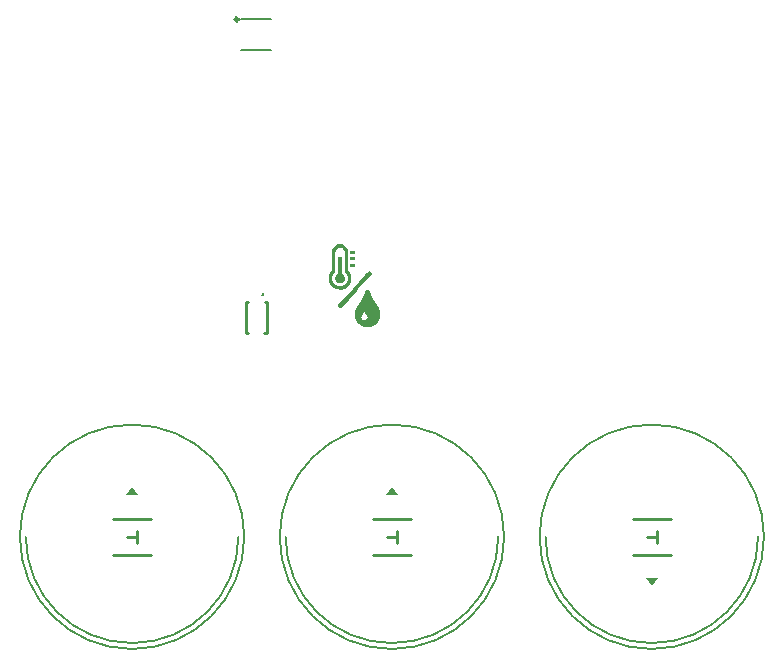
<source format=gto>
G04 Layer: TopSilkLayer*
G04 EasyEDA v6.4.5, 2020-08-30T10:48:13+03:00*
G04 413a31d708cc4da382682e4194c4ac02,19ad15c176e44a5d96a851d9d78d95a1,10*
G04 Gerber Generator version 0.2*
G04 Scale: 100 percent, Rotated: No, Reflected: No *
G04 Dimensions in millimeters *
G04 leading zeros omitted , absolute positions ,3 integer and 3 decimal *
%FSLAX33Y33*%
%MOMM*%
G90*
G71D02*

%ADD11C,0.200000*%
%ADD12C,0.250012*%
%ADD26C,0.299999*%
%ADD51C,0.254000*%
%ADD52C,0.101600*%
%ADD53C,0.203200*%

%LPD*%

%LPD*%
G36*
G01X31844Y39214D02*
G01X31418Y39214D01*
G01X31418Y38940D01*
G01X31844Y38940D01*
G01X31844Y39214D01*
G37*

%LPD*%
G36*
G01X31844Y38666D02*
G01X31418Y38666D01*
G01X31418Y38392D01*
G01X31844Y38392D01*
G01X31844Y38666D01*
G37*

%LPD*%
G36*
G01X31844Y38118D02*
G01X31418Y38118D01*
G01X31418Y37845D01*
G01X31844Y37845D01*
G01X31844Y38118D01*
G37*

%LPD*%
G36*
G01X30861Y39746D02*
G01X30429Y39765D01*
G01X30300Y39699D01*
G01X30246Y39669D01*
G01X30196Y39634D01*
G01X30147Y39594D01*
G01X30103Y39550D01*
G01X30061Y39502D01*
G01X30025Y39452D01*
G01X29994Y39399D01*
G01X29967Y39344D01*
G01X29926Y39247D01*
G01X29926Y37571D01*
G01X29825Y37438D01*
G01X29794Y37395D01*
G01X29766Y37350D01*
G01X29741Y37305D01*
G01X29720Y37258D01*
G01X29702Y37211D01*
G01X29687Y37161D01*
G01X29674Y37109D01*
G01X29665Y37056D01*
G01X29659Y37000D01*
G01X29656Y36942D01*
G01X29655Y36882D01*
G01X29658Y36818D01*
G01X29663Y36757D01*
G01X29671Y36698D01*
G01X29682Y36642D01*
G01X29696Y36587D01*
G01X29714Y36534D01*
G01X29735Y36483D01*
G01X29759Y36434D01*
G01X29787Y36386D01*
G01X29818Y36339D01*
G01X29853Y36293D01*
G01X29891Y36248D01*
G01X29934Y36204D01*
G01X29980Y36161D01*
G01X30026Y36121D01*
G01X30073Y36086D01*
G01X30120Y36055D01*
G01X30168Y36027D01*
G01X30218Y36004D01*
G01X30269Y35984D01*
G01X30323Y35967D01*
G01X30378Y35954D01*
G01X30437Y35944D01*
G01X30500Y35936D01*
G01X30566Y35932D01*
G01X30794Y35921D01*
G01X30966Y35986D01*
G01X31023Y36010D01*
G01X31079Y36040D01*
G01X31135Y36075D01*
G01X31189Y36114D01*
G01X31241Y36157D01*
G01X31291Y36204D01*
G01X31338Y36253D01*
G01X31381Y36305D01*
G01X31420Y36358D01*
G01X31455Y36413D01*
G01X31484Y36469D01*
G01X31508Y36525D01*
G01X31528Y36583D01*
G01X31544Y36643D01*
G01X31556Y36704D01*
G01X31565Y36765D01*
G01X31570Y36827D01*
G01X31571Y36889D01*
G01X31569Y36950D01*
G01X31563Y37011D01*
G01X31554Y37072D01*
G01X31541Y37131D01*
G01X31525Y37189D01*
G01X31506Y37245D01*
G01X31483Y37299D01*
G01X31457Y37351D01*
G01X31427Y37400D01*
G01X31394Y37447D01*
G01X31312Y37555D01*
G01X31296Y38440D01*
G01X31281Y39325D01*
G01X31197Y39452D01*
G01X31155Y39508D01*
G01X31101Y39566D01*
G01X31042Y39620D01*
G01X30986Y39662D01*
G01X30861Y39746D01*
G37*

%LPC*%
G36*
G01X30651Y39471D02*
G01X30590Y39472D01*
G01X30530Y39464D01*
G01X30472Y39447D01*
G01X30418Y39422D01*
G01X30368Y39389D01*
G01X30323Y39349D01*
G01X30284Y39301D01*
G01X30253Y39247D01*
G01X30231Y39186D01*
G01X30228Y39170D01*
G01X30225Y39148D01*
G01X30222Y39117D01*
G01X30219Y39079D01*
G01X30217Y39035D01*
G01X30214Y38986D01*
G01X30212Y38930D01*
G01X30210Y38870D01*
G01X30208Y38805D01*
G01X30206Y38736D01*
G01X30204Y38663D01*
G01X30203Y38588D01*
G01X30202Y38510D01*
G01X30201Y38429D01*
G01X30201Y37449D01*
G01X30096Y37313D01*
G01X30060Y37261D01*
G01X30028Y37207D01*
G01X30002Y37153D01*
G01X29981Y37097D01*
G01X29964Y37041D01*
G01X29953Y36984D01*
G01X29946Y36928D01*
G01X29945Y36871D01*
G01X29948Y36815D01*
G01X29955Y36759D01*
G01X29967Y36705D01*
G01X29985Y36652D01*
G01X30006Y36600D01*
G01X30032Y36550D01*
G01X30063Y36502D01*
G01X30097Y36457D01*
G01X30137Y36414D01*
G01X30181Y36374D01*
G01X30229Y36337D01*
G01X30281Y36303D01*
G01X30423Y36220D01*
G01X30800Y36220D01*
G01X30944Y36304D01*
G01X30997Y36338D01*
G01X31045Y36376D01*
G01X31089Y36417D01*
G01X31128Y36460D01*
G01X31163Y36507D01*
G01X31194Y36556D01*
G01X31220Y36607D01*
G01X31241Y36659D01*
G01X31258Y36714D01*
G01X31269Y36769D01*
G01X31277Y36825D01*
G01X31279Y36882D01*
G01X31276Y36940D01*
G01X31268Y36997D01*
G01X31256Y37055D01*
G01X31238Y37111D01*
G01X31216Y37167D01*
G01X31188Y37222D01*
G01X31155Y37276D01*
G01X31117Y37327D01*
G01X31026Y37441D01*
G01X31007Y39201D01*
G01X30953Y39284D01*
G01X30927Y39319D01*
G01X30896Y39354D01*
G01X30863Y39385D01*
G01X30832Y39409D01*
G01X30773Y39439D01*
G01X30713Y39460D01*
G01X30651Y39471D01*
G37*

%LPD*%
G36*
G01X30748Y38666D02*
G01X30474Y38666D01*
G01X30474Y37276D01*
G01X30398Y37241D01*
G01X30355Y37216D01*
G01X30317Y37183D01*
G01X30284Y37143D01*
G01X30256Y37098D01*
G01X30234Y37047D01*
G01X30218Y36994D01*
G01X30208Y36938D01*
G01X30204Y36881D01*
G01X30207Y36824D01*
G01X30217Y36769D01*
G01X30235Y36716D01*
G01X30260Y36666D01*
G01X30292Y36622D01*
G01X30328Y36583D01*
G01X30369Y36550D01*
G01X30414Y36523D01*
G01X30464Y36502D01*
G01X30519Y36487D01*
G01X30578Y36478D01*
G01X30641Y36474D01*
G01X30780Y36474D01*
G01X30889Y36576D01*
G01X31000Y36676D01*
G01X31014Y36829D01*
G01X31017Y36896D01*
G01X31013Y36959D01*
G01X31001Y37017D01*
G01X30982Y37071D01*
G01X30956Y37119D01*
G01X30923Y37162D01*
G01X30884Y37199D01*
G01X30838Y37230D01*
G01X30749Y37281D01*
G01X30749Y37974D01*
G01X30748Y38666D01*
G37*

%LPD*%
G36*
G01X33169Y37466D02*
G01X33096Y37479D01*
G01X33051Y37471D01*
G01X33000Y37445D01*
G01X32942Y37401D01*
G01X32874Y37335D01*
G01X32864Y37324D01*
G01X32850Y37309D01*
G01X32833Y37290D01*
G01X32812Y37268D01*
G01X32788Y37242D01*
G01X32761Y37212D01*
G01X32731Y37178D01*
G01X32698Y37141D01*
G01X32662Y37101D01*
G01X32623Y37059D01*
G01X32582Y37012D01*
G01X32538Y36964D01*
G01X32492Y36913D01*
G01X32444Y36859D01*
G01X32394Y36803D01*
G01X32341Y36744D01*
G01X32287Y36684D01*
G01X32231Y36621D01*
G01X32174Y36557D01*
G01X32115Y36491D01*
G01X32054Y36424D01*
G01X31993Y36355D01*
G01X31867Y36213D01*
G01X31737Y36067D01*
G01X31671Y35993D01*
G01X31605Y35918D01*
G01X30474Y34647D01*
G01X30474Y34558D01*
G01X30487Y34483D01*
G01X30523Y34425D01*
G01X30580Y34388D01*
G01X30653Y34374D01*
G01X30661Y34374D01*
G01X30678Y34375D01*
G01X30686Y34376D01*
G01X30694Y34378D01*
G01X30704Y34381D01*
G01X30713Y34386D01*
G01X30723Y34391D01*
G01X30735Y34399D01*
G01X30748Y34407D01*
G01X30762Y34419D01*
G01X30778Y34432D01*
G01X30795Y34448D01*
G01X30815Y34466D01*
G01X30837Y34487D01*
G01X30862Y34511D01*
G01X30888Y34538D01*
G01X30918Y34569D01*
G01X30950Y34603D01*
G01X30986Y34642D01*
G01X31025Y34684D01*
G01X31068Y34730D01*
G01X31114Y34781D01*
G01X31164Y34836D01*
G01X31219Y34897D01*
G01X31278Y34962D01*
G01X31341Y35032D01*
G01X31409Y35108D01*
G01X31482Y35190D01*
G01X31560Y35277D01*
G01X31643Y35371D01*
G01X31731Y35470D01*
G01X31826Y35576D01*
G01X31926Y35689D01*
G01X32032Y35809D01*
G01X32145Y35935D01*
G01X33275Y37208D01*
G01X33275Y37295D01*
G01X33262Y37371D01*
G01X33226Y37428D01*
G01X33169Y37466D01*
G37*

%LPD*%
G36*
G01X32972Y35923D02*
G01X32924Y35925D01*
G01X32874Y35908D01*
G01X32823Y35873D01*
G01X32792Y35836D01*
G01X32755Y35773D01*
G01X32717Y35695D01*
G01X32681Y35608D01*
G01X32663Y35561D01*
G01X32643Y35511D01*
G01X32620Y35459D01*
G01X32594Y35406D01*
G01X32567Y35350D01*
G01X32537Y35293D01*
G01X32506Y35234D01*
G01X32472Y35172D01*
G01X32437Y35110D01*
G01X32399Y35045D01*
G01X32359Y34979D01*
G01X32317Y34912D01*
G01X32274Y34843D01*
G01X32229Y34773D01*
G01X32181Y34702D01*
G01X32132Y34628D01*
G01X32093Y34569D01*
G01X32054Y34508D01*
G01X32017Y34446D01*
G01X31983Y34385D01*
G01X31952Y34328D01*
G01X31925Y34275D01*
G01X31904Y34229D01*
G01X31890Y34192D01*
G01X31837Y34033D01*
G01X31851Y33785D01*
G01X31855Y33722D01*
G01X31861Y33664D01*
G01X31869Y33610D01*
G01X31879Y33560D01*
G01X31890Y33513D01*
G01X31903Y33469D01*
G01X31919Y33426D01*
G01X31937Y33385D01*
G01X31963Y33336D01*
G01X31994Y33285D01*
G01X32031Y33234D01*
G01X32072Y33183D01*
G01X32116Y33132D01*
G01X32163Y33082D01*
G01X32212Y33035D01*
G01X32263Y32990D01*
G01X32315Y32948D01*
G01X32367Y32911D01*
G01X32418Y32879D01*
G01X32468Y32851D01*
G01X32620Y32777D01*
G01X33259Y32777D01*
G01X33412Y32851D01*
G01X33461Y32878D01*
G01X33512Y32911D01*
G01X33564Y32948D01*
G01X33615Y32989D01*
G01X33666Y33034D01*
G01X33715Y33081D01*
G01X33763Y33131D01*
G01X33808Y33182D01*
G01X33849Y33233D01*
G01X33886Y33285D01*
G01X33918Y33336D01*
G01X33945Y33385D01*
G01X34020Y33537D01*
G01X34020Y34177D01*
G01X33948Y34313D01*
G01X33929Y34347D01*
G01X33903Y34391D01*
G01X33872Y34442D01*
G01X33836Y34500D01*
G01X33797Y34561D01*
G01X33756Y34626D01*
G01X33714Y34691D01*
G01X33672Y34755D01*
G01X33625Y34826D01*
G01X33580Y34894D01*
G01X33538Y34960D01*
G01X33499Y35023D01*
G01X33461Y35084D01*
G01X33427Y35143D01*
G01X33394Y35200D01*
G01X33363Y35255D01*
G01X33334Y35308D01*
G01X33283Y35410D01*
G01X33259Y35459D01*
G01X33238Y35507D01*
G01X33218Y35554D01*
G01X33199Y35601D01*
G01X33183Y35647D01*
G01X33145Y35737D01*
G01X33105Y35811D01*
G01X33063Y35866D01*
G01X33018Y35903D01*
G01X32972Y35923D01*
G37*

%LPC*%
G36*
G01X32681Y34060D02*
G01X32666Y34070D01*
G01X32652Y34061D01*
G01X32631Y34037D01*
G01X32607Y34000D01*
G01X32582Y33956D01*
G01X32553Y33901D01*
G01X32520Y33838D01*
G01X32486Y33773D01*
G01X32455Y33716D01*
G01X32389Y33589D01*
G01X32433Y33484D01*
G01X32458Y33435D01*
G01X32489Y33396D01*
G01X32527Y33367D01*
G01X32571Y33345D01*
G01X32624Y33332D01*
G01X32674Y33328D01*
G01X32722Y33333D01*
G01X32768Y33347D01*
G01X32808Y33369D01*
G01X32844Y33400D01*
G01X32875Y33438D01*
G01X32899Y33484D01*
G01X32943Y33589D01*
G01X32886Y33700D01*
G01X32858Y33754D01*
G01X32825Y33817D01*
G01X32791Y33882D01*
G01X32760Y33941D01*
G01X32731Y33991D01*
G01X32704Y34032D01*
G01X32681Y34060D01*
G37*

%LPD*%
G54D12*
G01X24410Y34885D02*
G01X24410Y32285D01*
G01X22610Y32285D02*
G01X22799Y32285D01*
G01X22610Y34885D02*
G01X22610Y32285D01*
G01X22790Y34885D02*
G01X22610Y34885D01*
G01X24210Y32285D02*
G01X24410Y32285D01*
G01X24249Y34885D02*
G01X24410Y34885D01*
G54D51*
G01X14605Y13456D02*
G01X11405Y13456D01*
G01X14605Y16536D02*
G01X11405Y16536D01*
G01X13415Y15496D02*
G01X13415Y14496D01*
G01X13415Y14995D02*
G01X12575Y14995D01*
G01X36604Y13456D02*
G01X33404Y13456D01*
G01X36604Y16536D02*
G01X33404Y16536D01*
G01X35414Y15496D02*
G01X35414Y14496D01*
G01X35414Y14995D02*
G01X34574Y14995D01*
G01X58598Y13456D02*
G01X55398Y13456D01*
G01X58598Y16536D02*
G01X55398Y16536D01*
G01X57408Y15496D02*
G01X57408Y14496D01*
G01X57408Y14995D02*
G01X56568Y14995D01*
G54D52*
G01X22790Y34885D02*
G01X22629Y34885D01*
G01X24410Y34885D02*
G01X24249Y34885D01*
G01X24410Y32285D02*
G01X24210Y32285D01*
G01X22610Y32285D02*
G01X22799Y32285D01*
G01X22610Y32285D02*
G01X22610Y34885D01*
G01X22610Y34885D01*
G01X24410Y32285D02*
G01X24410Y34885D01*
G54D53*
G01X22200Y58850D02*
G01X24800Y58850D01*
G01X22200Y56250D02*
G01X24800Y56250D01*
G54D26*
G75*
G01X21988Y58810D02*
G03X21988Y58808I-127J-1D01*
G01*
G54D11*
G75*
G01X26000Y15000D02*
G03X44000Y15000I9000J0D01*
G01*
G75*
G01X48000Y15000D02*
G03X66000Y15000I9000J0D01*
G01*
G75*
G01X4000Y15000D02*
G03X22000Y15000I9000J0D01*
G01*
G54D12*
G75*
G01X24100Y35535D02*
G03X24100Y35535I-40J0D01*
G01*
G54D11*
G75*
G01X66500Y15000D02*
G03X66500Y15000I-9500J0D01*
G01*
G75*
G01X22500Y15000D02*
G03X22500Y15000I-9500J0D01*
G01*
G75*
G01X44500Y15000D02*
G03X44500Y15000I-9500J0D01*
G01*

%LPD*%
G36*
G01X13499Y18499D02*
G01X12999Y19249D01*
G01X12500Y18499D01*
G01X13499Y18499D01*
G37*

%LPD*%
G36*
G01X35500Y18500D02*
G01X35000Y19249D01*
G01X34500Y18500D01*
G01X35000Y18499D01*
G01X35500Y18500D01*
G37*

%LPD*%
G36*
G01X57499Y11550D02*
G01X56499Y11550D01*
G01X57000Y10800D01*
G01X57499Y11550D01*
G37*
M00*
M02*

</source>
